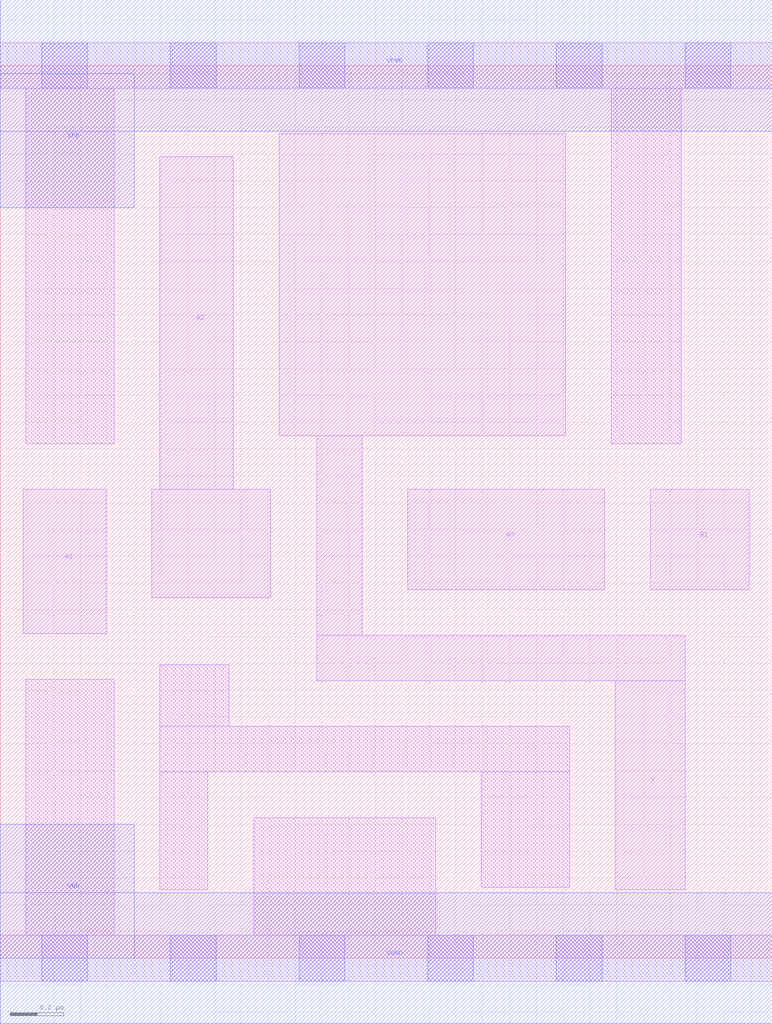
<source format=lef>
# Copyright 2020 The SkyWater PDK Authors
#
# Licensed under the Apache License, Version 2.0 (the "License");
# you may not use this file except in compliance with the License.
# You may obtain a copy of the License at
#
#     https://www.apache.org/licenses/LICENSE-2.0
#
# Unless required by applicable law or agreed to in writing, software
# distributed under the License is distributed on an "AS IS" BASIS,
# WITHOUT WARRANTIES OR CONDITIONS OF ANY KIND, either express or implied.
# See the License for the specific language governing permissions and
# limitations under the License.
#
# SPDX-License-Identifier: Apache-2.0

VERSION 5.5 ;
NAMESCASESENSITIVE ON ;
BUSBITCHARS "[]" ;
DIVIDERCHAR "/" ;
MACRO sky130_fd_sc_lp__o31ai_1
  CLASS CORE ;
  SOURCE USER ;
  ORIGIN  0.000000  0.000000 ;
  SIZE  2.880000 BY  3.330000 ;
  SYMMETRY X Y R90 ;
  SITE unit ;
  PIN A1
    ANTENNAGATEAREA  0.315000 ;
    DIRECTION INPUT ;
    USE SIGNAL ;
    PORT
      LAYER li1 ;
        RECT 0.085000 1.210000 0.395000 1.750000 ;
    END
  END A1
  PIN A2
    ANTENNAGATEAREA  0.315000 ;
    DIRECTION INPUT ;
    USE SIGNAL ;
    PORT
      LAYER li1 ;
        RECT 0.565000 1.345000 1.010000 1.750000 ;
        RECT 0.595000 1.750000 0.870000 2.990000 ;
    END
  END A2
  PIN A3
    ANTENNAGATEAREA  0.315000 ;
    DIRECTION INPUT ;
    USE SIGNAL ;
    PORT
      LAYER li1 ;
        RECT 1.520000 1.375000 2.255000 1.750000 ;
    END
  END A3
  PIN B1
    ANTENNAGATEAREA  0.315000 ;
    DIRECTION INPUT ;
    USE SIGNAL ;
    PORT
      LAYER li1 ;
        RECT 2.425000 1.375000 2.795000 1.750000 ;
    END
  END B1
  PIN Y
    ANTENNADIFFAREA  1.022700 ;
    DIRECTION OUTPUT ;
    USE SIGNAL ;
    PORT
      LAYER li1 ;
        RECT 1.040000 1.950000 2.110000 3.075000 ;
        RECT 1.180000 1.035000 2.555000 1.205000 ;
        RECT 1.180000 1.205000 1.350000 1.950000 ;
        RECT 2.295000 0.255000 2.555000 1.035000 ;
    END
  END Y
  PIN VGND
    DIRECTION INOUT ;
    USE GROUND ;
    PORT
      LAYER met1 ;
        RECT 0.000000 -0.245000 2.880000 0.245000 ;
    END
  END VGND
  PIN VNB
    DIRECTION INOUT ;
    USE GROUND ;
    PORT
      LAYER met1 ;
        RECT 0.000000 0.000000 0.500000 0.500000 ;
    END
  END VNB
  PIN VPB
    DIRECTION INOUT ;
    USE POWER ;
    PORT
      LAYER met1 ;
        RECT 0.000000 2.800000 0.500000 3.300000 ;
    END
  END VPB
  PIN VPWR
    DIRECTION INOUT ;
    USE POWER ;
    PORT
      LAYER met1 ;
        RECT 0.000000 3.085000 2.880000 3.575000 ;
    END
  END VPWR
  OBS
    LAYER li1 ;
      RECT 0.000000 -0.085000 2.880000 0.085000 ;
      RECT 0.000000  3.245000 2.880000 3.415000 ;
      RECT 0.095000  0.085000 0.425000 1.040000 ;
      RECT 0.095000  1.920000 0.425000 3.245000 ;
      RECT 0.595000  0.255000 0.775000 0.695000 ;
      RECT 0.595000  0.695000 2.125000 0.865000 ;
      RECT 0.595000  0.865000 0.855000 1.095000 ;
      RECT 0.945000  0.085000 1.625000 0.525000 ;
      RECT 1.795000  0.265000 2.125000 0.695000 ;
      RECT 2.280000  1.920000 2.540000 3.245000 ;
    LAYER mcon ;
      RECT 0.155000 -0.085000 0.325000 0.085000 ;
      RECT 0.155000  3.245000 0.325000 3.415000 ;
      RECT 0.635000 -0.085000 0.805000 0.085000 ;
      RECT 0.635000  3.245000 0.805000 3.415000 ;
      RECT 1.115000 -0.085000 1.285000 0.085000 ;
      RECT 1.115000  3.245000 1.285000 3.415000 ;
      RECT 1.595000 -0.085000 1.765000 0.085000 ;
      RECT 1.595000  3.245000 1.765000 3.415000 ;
      RECT 2.075000 -0.085000 2.245000 0.085000 ;
      RECT 2.075000  3.245000 2.245000 3.415000 ;
      RECT 2.555000 -0.085000 2.725000 0.085000 ;
      RECT 2.555000  3.245000 2.725000 3.415000 ;
  END
END sky130_fd_sc_lp__o31ai_1

</source>
